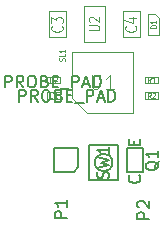
<source format=gbr>
G04 #@! TF.GenerationSoftware,KiCad,Pcbnew,(5.0.1-3-g963ef8bb5)*
G04 #@! TF.CreationDate,2018-11-23T17:34:31+10:30*
G04 #@! TF.ProjectId,electric-greetings,656C6563747269632D6772656574696E,1.0.0*
G04 #@! TF.SameCoordinates,Original*
G04 #@! TF.FileFunction,Other,Fab,Top*
%FSLAX46Y46*%
G04 Gerber Fmt 4.6, Leading zero omitted, Abs format (unit mm)*
G04 Created by KiCad (PCBNEW (5.0.1-3-g963ef8bb5)) date Friday, 23 November 2018 at 05:34:31 pm*
%MOMM*%
%LPD*%
G01*
G04 APERTURE LIST*
%ADD10C,0.150000*%
%ADD11C,0.120000*%
%ADD12C,0.050000*%
%ADD13C,0.100000*%
%ADD14C,0.090000*%
G04 APERTURE END LIST*
D10*
G04 #@! TO.C,U3*
X103936500Y-95600000D02*
X103636500Y-96000000D01*
X101936500Y-94000000D02*
X103936500Y-94000000D01*
X101936500Y-96000000D02*
X101936500Y-94000000D01*
X103636500Y-96000000D02*
X101936500Y-96000000D01*
X103936500Y-94000000D02*
X103936500Y-95600000D01*
G04 #@! TO.C,Q1*
X109425500Y-93996000D02*
X109425500Y-95996000D01*
X109425500Y-95996000D02*
X108125500Y-95996000D01*
X108125500Y-95996000D02*
X108125500Y-93996000D01*
X108125500Y-93996000D02*
X109425500Y-93996000D01*
D11*
G04 #@! TO.C,C4*
X107720000Y-84600000D02*
X107720000Y-82400000D01*
X109180000Y-84600000D02*
X107720000Y-84600000D01*
X109180000Y-82400000D02*
X109180000Y-84600000D01*
X107720000Y-82400000D02*
X109180000Y-82400000D01*
G04 #@! TO.C,C3*
X102930000Y-84600000D02*
X101470000Y-84600000D01*
X101470000Y-84600000D02*
X101470000Y-82400000D01*
X101470000Y-82400000D02*
X102930000Y-82400000D01*
X102930000Y-82400000D02*
X102930000Y-84600000D01*
G04 #@! TO.C,R2*
X110702500Y-89255000D02*
X110702500Y-89815000D01*
X110702500Y-89815000D02*
X109642500Y-89815000D01*
X109642500Y-89815000D02*
X109642500Y-89255000D01*
X109642500Y-89255000D02*
X110702500Y-89255000D01*
G04 #@! TO.C,D1*
X109900000Y-82650000D02*
X110500000Y-82650000D01*
X110500000Y-82650000D02*
X110800000Y-82950000D01*
X110800000Y-82950000D02*
X110800000Y-84350000D01*
X110800000Y-84350000D02*
X109900000Y-84350000D01*
X109900000Y-84350000D02*
X109900000Y-82650000D01*
G04 #@! TO.C,U2*
X104486500Y-81926500D02*
X106186500Y-81926500D01*
X106186500Y-81926500D02*
X106186500Y-84946500D01*
X106186500Y-84946500D02*
X104486500Y-84946500D01*
X104486500Y-84946500D02*
X104486500Y-81926500D01*
G04 #@! TO.C,C1*
X102380000Y-89220000D02*
X102380000Y-89780000D01*
X102380000Y-89780000D02*
X101320000Y-89780000D01*
X101320000Y-89780000D02*
X101320000Y-89220000D01*
X101320000Y-89220000D02*
X102380000Y-89220000D01*
G04 #@! TO.C,C2*
X101320000Y-87921500D02*
X102380000Y-87921500D01*
X101320000Y-88481500D02*
X101320000Y-87921500D01*
X102380000Y-88481500D02*
X101320000Y-88481500D01*
X102380000Y-87921500D02*
X102380000Y-88481500D01*
G04 #@! TO.C,R1*
X110680000Y-87921500D02*
X110680000Y-88481500D01*
X110680000Y-88481500D02*
X109620000Y-88481500D01*
X109620000Y-88481500D02*
X109620000Y-87921500D01*
X109620000Y-87921500D02*
X110680000Y-87921500D01*
D10*
G04 #@! TO.C,SW1*
X107358500Y-93686500D02*
X107358500Y-96686500D01*
X107358500Y-96686500D02*
X104858500Y-96686500D01*
X104858500Y-96686500D02*
X104858500Y-93686500D01*
X104858500Y-93686500D02*
X107358500Y-93686500D01*
X106858500Y-95186500D02*
G75*
G03X106858500Y-95186500I-750000J0D01*
G01*
D11*
G04 #@! TO.C,U1*
X108580000Y-90980000D02*
X104690000Y-90980000D01*
X104690000Y-90980000D02*
X103420000Y-89710000D01*
X103420000Y-89710000D02*
X103420000Y-85820000D01*
X103420000Y-85820000D02*
X108580000Y-85820000D01*
X108580000Y-85820000D02*
X108580000Y-90980000D01*
G04 #@! TD*
G04 #@! TO.C,TEST2*
D10*
X98949380Y-90035380D02*
X98949380Y-89035380D01*
X99330333Y-89035380D01*
X99425571Y-89083000D01*
X99473190Y-89130619D01*
X99520809Y-89225857D01*
X99520809Y-89368714D01*
X99473190Y-89463952D01*
X99425571Y-89511571D01*
X99330333Y-89559190D01*
X98949380Y-89559190D01*
X100520809Y-90035380D02*
X100187476Y-89559190D01*
X99949380Y-90035380D02*
X99949380Y-89035380D01*
X100330333Y-89035380D01*
X100425571Y-89083000D01*
X100473190Y-89130619D01*
X100520809Y-89225857D01*
X100520809Y-89368714D01*
X100473190Y-89463952D01*
X100425571Y-89511571D01*
X100330333Y-89559190D01*
X99949380Y-89559190D01*
X101139857Y-89035380D02*
X101330333Y-89035380D01*
X101425571Y-89083000D01*
X101520809Y-89178238D01*
X101568428Y-89368714D01*
X101568428Y-89702047D01*
X101520809Y-89892523D01*
X101425571Y-89987761D01*
X101330333Y-90035380D01*
X101139857Y-90035380D01*
X101044619Y-89987761D01*
X100949380Y-89892523D01*
X100901761Y-89702047D01*
X100901761Y-89368714D01*
X100949380Y-89178238D01*
X101044619Y-89083000D01*
X101139857Y-89035380D01*
X102330333Y-89511571D02*
X102473190Y-89559190D01*
X102520809Y-89606809D01*
X102568428Y-89702047D01*
X102568428Y-89844904D01*
X102520809Y-89940142D01*
X102473190Y-89987761D01*
X102377952Y-90035380D01*
X101997000Y-90035380D01*
X101997000Y-89035380D01*
X102330333Y-89035380D01*
X102425571Y-89083000D01*
X102473190Y-89130619D01*
X102520809Y-89225857D01*
X102520809Y-89321095D01*
X102473190Y-89416333D01*
X102425571Y-89463952D01*
X102330333Y-89511571D01*
X101997000Y-89511571D01*
X102997000Y-89511571D02*
X103330333Y-89511571D01*
X103473190Y-90035380D02*
X102997000Y-90035380D01*
X102997000Y-89035380D01*
X103473190Y-89035380D01*
X103663666Y-90130619D02*
X104425571Y-90130619D01*
X104663666Y-90035380D02*
X104663666Y-89035380D01*
X105044619Y-89035380D01*
X105139857Y-89083000D01*
X105187476Y-89130619D01*
X105235095Y-89225857D01*
X105235095Y-89368714D01*
X105187476Y-89463952D01*
X105139857Y-89511571D01*
X105044619Y-89559190D01*
X104663666Y-89559190D01*
X105616047Y-89749666D02*
X106092238Y-89749666D01*
X105520809Y-90035380D02*
X105854142Y-89035380D01*
X106187476Y-90035380D01*
X106520809Y-90035380D02*
X106520809Y-89035380D01*
X106758904Y-89035380D01*
X106901761Y-89083000D01*
X106997000Y-89178238D01*
X107044619Y-89273476D01*
X107092238Y-89463952D01*
X107092238Y-89606809D01*
X107044619Y-89797285D01*
X106997000Y-89892523D01*
X106901761Y-89987761D01*
X106758904Y-90035380D01*
X106520809Y-90035380D01*
G04 #@! TO.C,TEST1*
X97742880Y-88828880D02*
X97742880Y-87828880D01*
X98123833Y-87828880D01*
X98219071Y-87876500D01*
X98266690Y-87924119D01*
X98314309Y-88019357D01*
X98314309Y-88162214D01*
X98266690Y-88257452D01*
X98219071Y-88305071D01*
X98123833Y-88352690D01*
X97742880Y-88352690D01*
X99314309Y-88828880D02*
X98980976Y-88352690D01*
X98742880Y-88828880D02*
X98742880Y-87828880D01*
X99123833Y-87828880D01*
X99219071Y-87876500D01*
X99266690Y-87924119D01*
X99314309Y-88019357D01*
X99314309Y-88162214D01*
X99266690Y-88257452D01*
X99219071Y-88305071D01*
X99123833Y-88352690D01*
X98742880Y-88352690D01*
X99933357Y-87828880D02*
X100123833Y-87828880D01*
X100219071Y-87876500D01*
X100314309Y-87971738D01*
X100361928Y-88162214D01*
X100361928Y-88495547D01*
X100314309Y-88686023D01*
X100219071Y-88781261D01*
X100123833Y-88828880D01*
X99933357Y-88828880D01*
X99838119Y-88781261D01*
X99742880Y-88686023D01*
X99695261Y-88495547D01*
X99695261Y-88162214D01*
X99742880Y-87971738D01*
X99838119Y-87876500D01*
X99933357Y-87828880D01*
X101123833Y-88305071D02*
X101266690Y-88352690D01*
X101314309Y-88400309D01*
X101361928Y-88495547D01*
X101361928Y-88638404D01*
X101314309Y-88733642D01*
X101266690Y-88781261D01*
X101171452Y-88828880D01*
X100790500Y-88828880D01*
X100790500Y-87828880D01*
X101123833Y-87828880D01*
X101219071Y-87876500D01*
X101266690Y-87924119D01*
X101314309Y-88019357D01*
X101314309Y-88114595D01*
X101266690Y-88209833D01*
X101219071Y-88257452D01*
X101123833Y-88305071D01*
X100790500Y-88305071D01*
X101790500Y-88305071D02*
X102123833Y-88305071D01*
X102266690Y-88828880D02*
X101790500Y-88828880D01*
X101790500Y-87828880D01*
X102266690Y-87828880D01*
X102457166Y-88924119D02*
X103219071Y-88924119D01*
X103457166Y-88828880D02*
X103457166Y-87828880D01*
X103838119Y-87828880D01*
X103933357Y-87876500D01*
X103980976Y-87924119D01*
X104028595Y-88019357D01*
X104028595Y-88162214D01*
X103980976Y-88257452D01*
X103933357Y-88305071D01*
X103838119Y-88352690D01*
X103457166Y-88352690D01*
X104409547Y-88543166D02*
X104885738Y-88543166D01*
X104314309Y-88828880D02*
X104647642Y-87828880D01*
X104980976Y-88828880D01*
X105314309Y-88828880D02*
X105314309Y-87828880D01*
X105552404Y-87828880D01*
X105695261Y-87876500D01*
X105790500Y-87971738D01*
X105838119Y-88066976D01*
X105885738Y-88257452D01*
X105885738Y-88400309D01*
X105838119Y-88590785D01*
X105790500Y-88686023D01*
X105695261Y-88781261D01*
X105552404Y-88828880D01*
X105314309Y-88828880D01*
G04 #@! TO.C,SL1*
D12*
X102818380Y-86572666D02*
X102842190Y-86515523D01*
X102842190Y-86420285D01*
X102818380Y-86382190D01*
X102794571Y-86363142D01*
X102746952Y-86344095D01*
X102699333Y-86344095D01*
X102651714Y-86363142D01*
X102627904Y-86382190D01*
X102604095Y-86420285D01*
X102580285Y-86496476D01*
X102556476Y-86534571D01*
X102532666Y-86553619D01*
X102485047Y-86572666D01*
X102437428Y-86572666D01*
X102389809Y-86553619D01*
X102366000Y-86534571D01*
X102342190Y-86496476D01*
X102342190Y-86401238D01*
X102366000Y-86344095D01*
X102842190Y-85982190D02*
X102842190Y-86172666D01*
X102342190Y-86172666D01*
X102842190Y-85639333D02*
X102842190Y-85867904D01*
X102842190Y-85753619D02*
X102342190Y-85753619D01*
X102413619Y-85791714D01*
X102461238Y-85829809D01*
X102485047Y-85867904D01*
G04 #@! TO.C,P2*
D10*
X109977380Y-99948095D02*
X108977380Y-99948095D01*
X108977380Y-99567142D01*
X109025000Y-99471904D01*
X109072619Y-99424285D01*
X109167857Y-99376666D01*
X109310714Y-99376666D01*
X109405952Y-99424285D01*
X109453571Y-99471904D01*
X109501190Y-99567142D01*
X109501190Y-99948095D01*
X109072619Y-98995714D02*
X109025000Y-98948095D01*
X108977380Y-98852857D01*
X108977380Y-98614761D01*
X109025000Y-98519523D01*
X109072619Y-98471904D01*
X109167857Y-98424285D01*
X109263095Y-98424285D01*
X109405952Y-98471904D01*
X109977380Y-99043333D01*
X109977380Y-98424285D01*
G04 #@! TO.C,P1*
X102992380Y-99884595D02*
X101992380Y-99884595D01*
X101992380Y-99503642D01*
X102040000Y-99408404D01*
X102087619Y-99360785D01*
X102182857Y-99313166D01*
X102325714Y-99313166D01*
X102420952Y-99360785D01*
X102468571Y-99408404D01*
X102516190Y-99503642D01*
X102516190Y-99884595D01*
X102992380Y-98360785D02*
X102992380Y-98932214D01*
X102992380Y-98646500D02*
X101992380Y-98646500D01*
X102135238Y-98741738D01*
X102230476Y-98836976D01*
X102278095Y-98932214D01*
G04 #@! TO.C,Q1*
X110773119Y-95091238D02*
X110725500Y-95186476D01*
X110630261Y-95281714D01*
X110487404Y-95424571D01*
X110439785Y-95519809D01*
X110439785Y-95615047D01*
X110677880Y-95567428D02*
X110630261Y-95662666D01*
X110535023Y-95757904D01*
X110344547Y-95805523D01*
X110011214Y-95805523D01*
X109820738Y-95757904D01*
X109725500Y-95662666D01*
X109677880Y-95567428D01*
X109677880Y-95376952D01*
X109725500Y-95281714D01*
X109820738Y-95186476D01*
X110011214Y-95138857D01*
X110344547Y-95138857D01*
X110535023Y-95186476D01*
X110630261Y-95281714D01*
X110677880Y-95376952D01*
X110677880Y-95567428D01*
X110677880Y-94186476D02*
X110677880Y-94757904D01*
X110677880Y-94472190D02*
X109677880Y-94472190D01*
X109820738Y-94567428D01*
X109915976Y-94662666D01*
X109963595Y-94757904D01*
X109132642Y-96286476D02*
X109180261Y-96334095D01*
X109227880Y-96476952D01*
X109227880Y-96572190D01*
X109180261Y-96715047D01*
X109085023Y-96810285D01*
X108989785Y-96857904D01*
X108799309Y-96905523D01*
X108656452Y-96905523D01*
X108465976Y-96857904D01*
X108370738Y-96810285D01*
X108275500Y-96715047D01*
X108227880Y-96572190D01*
X108227880Y-96476952D01*
X108275500Y-96334095D01*
X108323119Y-96286476D01*
X108704071Y-93710285D02*
X108704071Y-93376952D01*
X109227880Y-93234095D02*
X109227880Y-93710285D01*
X108227880Y-93710285D01*
X108227880Y-93234095D01*
G04 #@! TO.C,C4*
D13*
X108796428Y-83629333D02*
X108842619Y-83666285D01*
X108888809Y-83777142D01*
X108888809Y-83851047D01*
X108842619Y-83961904D01*
X108750238Y-84035809D01*
X108657857Y-84072761D01*
X108473095Y-84109714D01*
X108334523Y-84109714D01*
X108149761Y-84072761D01*
X108057380Y-84035809D01*
X107965000Y-83961904D01*
X107918809Y-83851047D01*
X107918809Y-83777142D01*
X107965000Y-83666285D01*
X108011190Y-83629333D01*
X108242142Y-82964190D02*
X108888809Y-82964190D01*
X107872619Y-83148952D02*
X108565476Y-83333714D01*
X108565476Y-82853333D01*
G04 #@! TO.C,C3*
X102546428Y-83629333D02*
X102592619Y-83666285D01*
X102638809Y-83777142D01*
X102638809Y-83851047D01*
X102592619Y-83961904D01*
X102500238Y-84035809D01*
X102407857Y-84072761D01*
X102223095Y-84109714D01*
X102084523Y-84109714D01*
X101899761Y-84072761D01*
X101807380Y-84035809D01*
X101715000Y-83961904D01*
X101668809Y-83851047D01*
X101668809Y-83777142D01*
X101715000Y-83666285D01*
X101761190Y-83629333D01*
X101668809Y-83370666D02*
X101668809Y-82890285D01*
X102038333Y-83148952D01*
X102038333Y-83038095D01*
X102084523Y-82964190D01*
X102130714Y-82927238D01*
X102223095Y-82890285D01*
X102454047Y-82890285D01*
X102546428Y-82927238D01*
X102592619Y-82964190D01*
X102638809Y-83038095D01*
X102638809Y-83259809D01*
X102592619Y-83333714D01*
X102546428Y-83370666D01*
G04 #@! TO.C,R2*
D12*
X110105833Y-89761190D02*
X109972500Y-89523095D01*
X109877261Y-89761190D02*
X109877261Y-89261190D01*
X110029642Y-89261190D01*
X110067738Y-89285000D01*
X110086785Y-89308809D01*
X110105833Y-89356428D01*
X110105833Y-89427857D01*
X110086785Y-89475476D01*
X110067738Y-89499285D01*
X110029642Y-89523095D01*
X109877261Y-89523095D01*
X110258214Y-89308809D02*
X110277261Y-89285000D01*
X110315357Y-89261190D01*
X110410595Y-89261190D01*
X110448690Y-89285000D01*
X110467738Y-89308809D01*
X110486785Y-89356428D01*
X110486785Y-89404047D01*
X110467738Y-89475476D01*
X110239166Y-89761190D01*
X110486785Y-89761190D01*
G04 #@! TO.C,D1*
X110576190Y-83795238D02*
X110076190Y-83795238D01*
X110076190Y-83700000D01*
X110100000Y-83642857D01*
X110147619Y-83604761D01*
X110195238Y-83585714D01*
X110290476Y-83566666D01*
X110361904Y-83566666D01*
X110457142Y-83585714D01*
X110504761Y-83604761D01*
X110552380Y-83642857D01*
X110576190Y-83700000D01*
X110576190Y-83795238D01*
X110576190Y-83185714D02*
X110576190Y-83414285D01*
X110576190Y-83300000D02*
X110076190Y-83300000D01*
X110147619Y-83338095D01*
X110195238Y-83376190D01*
X110219047Y-83414285D01*
G04 #@! TO.C,U2*
D14*
X104832690Y-83997261D02*
X105577452Y-83997261D01*
X105665071Y-83962214D01*
X105708880Y-83927166D01*
X105752690Y-83857071D01*
X105752690Y-83716880D01*
X105708880Y-83646785D01*
X105665071Y-83611738D01*
X105577452Y-83576690D01*
X104832690Y-83576690D01*
X104920309Y-83261261D02*
X104876500Y-83226214D01*
X104832690Y-83156119D01*
X104832690Y-82980880D01*
X104876500Y-82910785D01*
X104920309Y-82875738D01*
X105007928Y-82840690D01*
X105095547Y-82840690D01*
X105226976Y-82875738D01*
X105752690Y-83296309D01*
X105752690Y-82840690D01*
G04 #@! TO.C,C1*
D12*
X101783333Y-89678571D02*
X101764285Y-89702380D01*
X101707142Y-89726190D01*
X101669047Y-89726190D01*
X101611904Y-89702380D01*
X101573809Y-89654761D01*
X101554761Y-89607142D01*
X101535714Y-89511904D01*
X101535714Y-89440476D01*
X101554761Y-89345238D01*
X101573809Y-89297619D01*
X101611904Y-89250000D01*
X101669047Y-89226190D01*
X101707142Y-89226190D01*
X101764285Y-89250000D01*
X101783333Y-89273809D01*
X102164285Y-89726190D02*
X101935714Y-89726190D01*
X102050000Y-89726190D02*
X102050000Y-89226190D01*
X102011904Y-89297619D01*
X101973809Y-89345238D01*
X101935714Y-89369047D01*
G04 #@! TO.C,C2*
X101783333Y-88380071D02*
X101764285Y-88403880D01*
X101707142Y-88427690D01*
X101669047Y-88427690D01*
X101611904Y-88403880D01*
X101573809Y-88356261D01*
X101554761Y-88308642D01*
X101535714Y-88213404D01*
X101535714Y-88141976D01*
X101554761Y-88046738D01*
X101573809Y-87999119D01*
X101611904Y-87951500D01*
X101669047Y-87927690D01*
X101707142Y-87927690D01*
X101764285Y-87951500D01*
X101783333Y-87975309D01*
X101935714Y-87975309D02*
X101954761Y-87951500D01*
X101992857Y-87927690D01*
X102088095Y-87927690D01*
X102126190Y-87951500D01*
X102145238Y-87975309D01*
X102164285Y-88022928D01*
X102164285Y-88070547D01*
X102145238Y-88141976D01*
X101916666Y-88427690D01*
X102164285Y-88427690D01*
G04 #@! TO.C,R1*
X110083333Y-88427690D02*
X109950000Y-88189595D01*
X109854761Y-88427690D02*
X109854761Y-87927690D01*
X110007142Y-87927690D01*
X110045238Y-87951500D01*
X110064285Y-87975309D01*
X110083333Y-88022928D01*
X110083333Y-88094357D01*
X110064285Y-88141976D01*
X110045238Y-88165785D01*
X110007142Y-88189595D01*
X109854761Y-88189595D01*
X110464285Y-88427690D02*
X110235714Y-88427690D01*
X110350000Y-88427690D02*
X110350000Y-87927690D01*
X110311904Y-87999119D01*
X110273809Y-88046738D01*
X110235714Y-88070547D01*
G04 #@! TO.C,SW1*
D10*
X106513261Y-96519833D02*
X106560880Y-96376976D01*
X106560880Y-96138880D01*
X106513261Y-96043642D01*
X106465642Y-95996023D01*
X106370404Y-95948404D01*
X106275166Y-95948404D01*
X106179928Y-95996023D01*
X106132309Y-96043642D01*
X106084690Y-96138880D01*
X106037071Y-96329357D01*
X105989452Y-96424595D01*
X105941833Y-96472214D01*
X105846595Y-96519833D01*
X105751357Y-96519833D01*
X105656119Y-96472214D01*
X105608500Y-96424595D01*
X105560880Y-96329357D01*
X105560880Y-96091261D01*
X105608500Y-95948404D01*
X105560880Y-95615071D02*
X106560880Y-95376976D01*
X105846595Y-95186500D01*
X106560880Y-94996023D01*
X105560880Y-94757928D01*
X106560880Y-93853166D02*
X106560880Y-94424595D01*
X106560880Y-94138880D02*
X105560880Y-94138880D01*
X105703738Y-94234119D01*
X105798976Y-94329357D01*
X105846595Y-94424595D01*
G04 #@! TO.C,U1*
D11*
X105085714Y-87742857D02*
X105085714Y-88714285D01*
X105142857Y-88828571D01*
X105200000Y-88885714D01*
X105314285Y-88942857D01*
X105542857Y-88942857D01*
X105657142Y-88885714D01*
X105714285Y-88828571D01*
X105771428Y-88714285D01*
X105771428Y-87742857D01*
X106971428Y-88942857D02*
X106285714Y-88942857D01*
X106628571Y-88942857D02*
X106628571Y-87742857D01*
X106514285Y-87914285D01*
X106400000Y-88028571D01*
X106285714Y-88085714D01*
G04 #@! TD*
M02*

</source>
